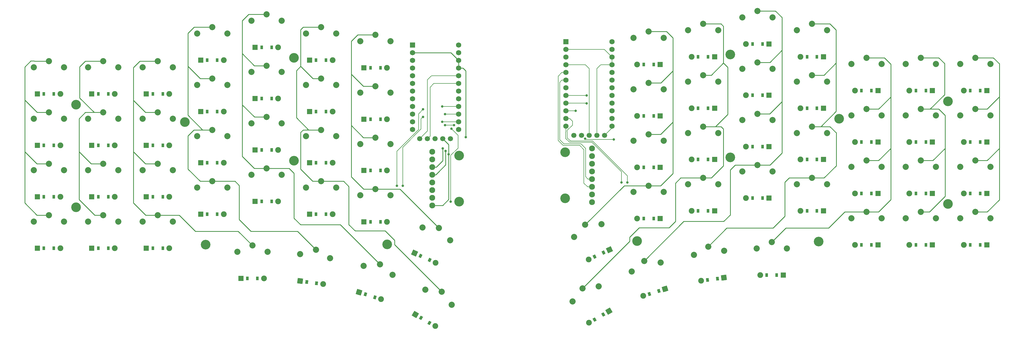
<source format=gbr>
%TF.GenerationSoftware,KiCad,Pcbnew,6.0.9*%
%TF.CreationDate,2022-10-31T19:27:22+01:00*%
%TF.ProjectId,neok(both),6e656f6b-2862-46f7-9468-292e6b696361,v1.0.0*%
%TF.SameCoordinates,Original*%
%TF.FileFunction,Copper,L2,Bot*%
%TF.FilePolarity,Positive*%
%FSLAX46Y46*%
G04 Gerber Fmt 4.6, Leading zero omitted, Abs format (unit mm)*
G04 Created by KiCad (PCBNEW 6.0.9) date 2022-10-31 19:27:22*
%MOMM*%
%LPD*%
G01*
G04 APERTURE LIST*
G04 Aperture macros list*
%AMRotRect*
0 Rectangle, with rotation*
0 The origin of the aperture is its center*
0 $1 length*
0 $2 width*
0 $3 Rotation angle, in degrees counterclockwise*
0 Add horizontal line*
21,1,$1,$2,0,0,$3*%
G04 Aperture macros list end*
%TA.AperFunction,ComponentPad*%
%ADD10C,1.905000*%
%TD*%
%TA.AperFunction,SMDPad,CuDef*%
%ADD11R,0.900000X1.200000*%
%TD*%
%TA.AperFunction,ComponentPad*%
%ADD12R,1.778000X1.778000*%
%TD*%
%TA.AperFunction,ComponentPad*%
%ADD13C,3.200000*%
%TD*%
%TA.AperFunction,ComponentPad*%
%ADD14C,2.032000*%
%TD*%
%TA.AperFunction,SMDPad,CuDef*%
%ADD15RotRect,0.900000X1.200000X342.500000*%
%TD*%
%TA.AperFunction,ComponentPad*%
%ADD16RotRect,1.778000X1.778000X342.500000*%
%TD*%
%TA.AperFunction,ComponentPad*%
%ADD17R,1.752600X1.752600*%
%TD*%
%TA.AperFunction,ComponentPad*%
%ADD18C,1.752600*%
%TD*%
%TA.AperFunction,ComponentPad*%
%ADD19C,1.700000*%
%TD*%
%TA.AperFunction,ComponentPad*%
%ADD20C,1.930400*%
%TD*%
%TA.AperFunction,SMDPad,CuDef*%
%ADD21RotRect,0.900000X1.200000X352.500000*%
%TD*%
%TA.AperFunction,ComponentPad*%
%ADD22RotRect,1.778000X1.778000X352.500000*%
%TD*%
%TA.AperFunction,SMDPad,CuDef*%
%ADD23RotRect,0.900000X1.200000X335.000000*%
%TD*%
%TA.AperFunction,ComponentPad*%
%ADD24RotRect,1.778000X1.778000X335.000000*%
%TD*%
%TA.AperFunction,SMDPad,CuDef*%
%ADD25RotRect,0.900000X1.200000X330.000000*%
%TD*%
%TA.AperFunction,ComponentPad*%
%ADD26RotRect,1.778000X1.778000X330.000000*%
%TD*%
%TA.AperFunction,SMDPad,CuDef*%
%ADD27RotRect,0.900000X1.200000X205.000000*%
%TD*%
%TA.AperFunction,ComponentPad*%
%ADD28RotRect,1.778000X1.778000X205.000000*%
%TD*%
%TA.AperFunction,SMDPad,CuDef*%
%ADD29RotRect,0.900000X1.200000X197.500000*%
%TD*%
%TA.AperFunction,ComponentPad*%
%ADD30RotRect,1.778000X1.778000X197.500000*%
%TD*%
%TA.AperFunction,SMDPad,CuDef*%
%ADD31RotRect,0.900000X1.200000X210.000000*%
%TD*%
%TA.AperFunction,ComponentPad*%
%ADD32RotRect,1.778000X1.778000X210.000000*%
%TD*%
%TA.AperFunction,SMDPad,CuDef*%
%ADD33RotRect,0.900000X1.200000X187.500000*%
%TD*%
%TA.AperFunction,ComponentPad*%
%ADD34RotRect,1.778000X1.778000X187.500000*%
%TD*%
%TA.AperFunction,ViaPad*%
%ADD35C,0.800000*%
%TD*%
%TA.AperFunction,Conductor*%
%ADD36C,0.200000*%
%TD*%
%TA.AperFunction,Conductor*%
%ADD37C,0.250000*%
%TD*%
G04 APERTURE END LIST*
D10*
%TO.P,D17,1*%
%TO.N,N/C*%
X130060004Y-148800004D03*
D11*
X124600004Y-148800004D03*
D12*
%TO.P,D17,2*%
X122440004Y-148800004D03*
D11*
X127900004Y-148800004D03*
%TD*%
%TO.P,D3,1*%
%TO.N,N/C*%
X52599993Y-130270002D03*
D10*
X58059993Y-130270002D03*
D11*
%TO.P,D3,2*%
X55899993Y-130270002D03*
D12*
X50439993Y-130270002D03*
%TD*%
D13*
%TO.P,,*%
%TO.N,*%
X99252017Y-122553558D03*
%TD*%
D14*
%TO.P,S17,1*%
%TO.N,N/C*%
X131249995Y-140000005D03*
X121249995Y-140000005D03*
%TO.P,S17,2*%
X126249995Y-137900005D03*
X126249995Y-137900005D03*
%TD*%
D10*
%TO.P,D20,1*%
%TO.N,N/C*%
X130059997Y-97800000D03*
D11*
X124599997Y-97800000D03*
%TO.P,D20,2*%
X127899997Y-97800000D03*
D12*
X122439997Y-97800000D03*
%TD*%
D10*
%TO.P,D31,1*%
%TO.N,N/C*%
X164081811Y-181164157D03*
D15*
X158874516Y-179522303D03*
D16*
%TO.P,D31,2*%
X156814487Y-178872779D03*
D15*
X162021782Y-180514633D03*
%TD*%
D13*
%TO.P,,*%
%TO.N,*%
X63251752Y-116770005D03*
%TD*%
D11*
%TO.P,D29,1*%
%TO.N,N/C*%
X119920002Y-174300000D03*
D10*
X125380002Y-174300000D03*
D11*
%TO.P,D29,2*%
X123220002Y-174300000D03*
D12*
X117760002Y-174300000D03*
%TD*%
D14*
%TO.P,S10,1*%
%TO.N,N/C*%
X95249996Y-138470007D03*
X85249996Y-138470007D03*
%TO.P,S10,2*%
X90249996Y-136370007D03*
X90249996Y-136370007D03*
%TD*%
%TO.P,S22,1*%
%TO.N,N/C*%
X149250001Y-127250005D03*
X139250001Y-127250005D03*
%TO.P,S22,2*%
X144250001Y-125150005D03*
X144250001Y-125150005D03*
%TD*%
D10*
%TO.P,D26,1*%
%TO.N,N/C*%
X166060003Y-138599996D03*
D11*
X160600003Y-138599996D03*
%TO.P,D26,2*%
X163900003Y-138599996D03*
D12*
X158440003Y-138599996D03*
%TD*%
D14*
%TO.P,S19,1*%
%TO.N,N/C*%
X131249996Y-105999999D03*
X121249996Y-105999999D03*
%TO.P,S19,2*%
X126249996Y-103899999D03*
X126249996Y-103899999D03*
%TD*%
D13*
%TO.P,,*%
%TO.N,*%
X63251754Y-150770000D03*
%TD*%
D14*
%TO.P,S9,1*%
%TO.N,N/C*%
X85250001Y-155470004D03*
X95250001Y-155470004D03*
%TO.P,S9,2*%
X90250001Y-153370004D03*
X90250001Y-153370004D03*
%TD*%
%TO.P,S27,1*%
%TO.N,N/C*%
X157249998Y-112799996D03*
X167249998Y-112799996D03*
%TO.P,S27,2*%
X162249998Y-110699996D03*
X162249998Y-110699996D03*
%TD*%
D10*
%TO.P,D4,1*%
%TO.N,N/C*%
X58060001Y-113270001D03*
D11*
X52600001Y-113270001D03*
D12*
%TO.P,D4,2*%
X50440001Y-113270001D03*
D11*
X55900001Y-113270001D03*
%TD*%
D14*
%TO.P,S1,1*%
%TO.N,N/C*%
X59249999Y-155469994D03*
X49249999Y-155469994D03*
%TO.P,S1,2*%
X54249999Y-153369994D03*
X54249999Y-153369994D03*
%TD*%
D11*
%TO.P,D12,1*%
%TO.N,N/C*%
X88600009Y-113270007D03*
D10*
X94060009Y-113270007D03*
D11*
%TO.P,D12,2*%
X91900009Y-113270007D03*
D12*
X86440009Y-113270007D03*
%TD*%
D14*
%TO.P,S2,1*%
%TO.N,N/C*%
X59250003Y-138469992D03*
X49250003Y-138469992D03*
%TO.P,S2,2*%
X54250003Y-136369992D03*
X54250003Y-136369992D03*
%TD*%
D11*
%TO.P,D5,1*%
%TO.N,N/C*%
X70600008Y-164270003D03*
D10*
X76060008Y-164270003D03*
D11*
%TO.P,D5,2*%
X73900008Y-164270003D03*
D12*
X68440008Y-164270003D03*
%TD*%
D10*
%TO.P,D7,1*%
%TO.N,N/C*%
X76060000Y-130270007D03*
D11*
X70600000Y-130270007D03*
D12*
%TO.P,D7,2*%
X68440000Y-130270007D03*
D11*
X73900000Y-130270007D03*
%TD*%
D10*
%TO.P,D13,1*%
%TO.N,N/C*%
X112060009Y-153049999D03*
D11*
X106600009Y-153049999D03*
D12*
%TO.P,D13,2*%
X104440009Y-153049999D03*
D11*
X109900009Y-153049999D03*
%TD*%
D17*
%TO.P,MCU1,1*%
%TO.N,N/C*%
X174449998Y-97100006D03*
D18*
%TO.P,MCU1,2*%
X174449998Y-99640006D03*
%TO.P,MCU1,3*%
X174449998Y-102180006D03*
%TO.P,MCU1,4*%
X174449998Y-104720006D03*
%TO.P,MCU1,5*%
X174449998Y-107260006D03*
%TO.P,MCU1,6*%
X174449998Y-109800006D03*
%TO.P,MCU1,7*%
X174449998Y-112340006D03*
%TO.P,MCU1,8*%
X174449998Y-114880006D03*
%TO.P,MCU1,9*%
X174449998Y-117420006D03*
%TO.P,MCU1,10*%
X174449998Y-119960006D03*
%TO.P,MCU1,11*%
X174449998Y-122500006D03*
%TO.P,MCU1,12*%
X174449998Y-125040006D03*
%TO.P,MCU1,13*%
X189689998Y-97100006D03*
%TO.P,MCU1,14*%
X189689998Y-99640006D03*
%TO.P,MCU1,15*%
X189689998Y-102180006D03*
%TO.P,MCU1,16*%
X189689998Y-104720006D03*
%TO.P,MCU1,17*%
X189689998Y-107260006D03*
%TO.P,MCU1,18*%
X189689998Y-109800006D03*
%TO.P,MCU1,19*%
X189689998Y-112340006D03*
%TO.P,MCU1,20*%
X189689998Y-114880006D03*
%TO.P,MCU1,21*%
X189689998Y-117420006D03*
%TO.P,MCU1,22*%
X189689998Y-119960006D03*
%TO.P,MCU1,23*%
X189689998Y-122500006D03*
%TO.P,MCU1,24*%
X189689998Y-125040006D03*
%TD*%
D14*
%TO.P,S5,1*%
%TO.N,N/C*%
X77250010Y-155469998D03*
X67250010Y-155469998D03*
%TO.P,S5,2*%
X72250010Y-153369998D03*
X72250010Y-153369998D03*
%TD*%
D11*
%TO.P,D23,1*%
%TO.N,N/C*%
X142600002Y-119050000D03*
D10*
X148060002Y-119050000D03*
D11*
%TO.P,D23,2*%
X145900002Y-119050000D03*
D12*
X140440002Y-119050000D03*
%TD*%
D11*
%TO.P,D1,1*%
%TO.N,N/C*%
X52600007Y-164270002D03*
D10*
X58060007Y-164270002D03*
D11*
%TO.P,D1,2*%
X55900007Y-164270002D03*
D12*
X50440007Y-164270002D03*
%TD*%
D11*
%TO.P,D24,1*%
%TO.N,N/C*%
X142600006Y-102049995D03*
D10*
X148060006Y-102049995D03*
D11*
%TO.P,D24,2*%
X145900006Y-102049995D03*
D12*
X140440006Y-102049995D03*
%TD*%
D14*
%TO.P,S33,1*%
%TO.N,N/C*%
X186897745Y-161643723D03*
X177834667Y-157417540D03*
%TO.P,S33,2*%
X183253705Y-157627385D03*
X183253705Y-157627385D03*
%TD*%
D10*
%TO.P,D16,1*%
%TO.N,N/C*%
X112059996Y-102049998D03*
D11*
X106599996Y-102049998D03*
D12*
%TO.P,D16,2*%
X104439996Y-102049998D03*
D11*
X109899996Y-102049998D03*
%TD*%
D10*
%TO.P,D28,1*%
%TO.N,N/C*%
X166060009Y-104600009D03*
D11*
X160600009Y-104600009D03*
D12*
%TO.P,D28,2*%
X158440009Y-104600009D03*
D11*
X163900009Y-104600009D03*
%TD*%
D19*
%TO.P,REF\u002A\u002A,1*%
%TO.N,N/C*%
X187021751Y-128079994D03*
%TO.P,REF\u002A\u002A,2*%
X184481751Y-128079994D03*
%TO.P,REF\u002A\u002A,3*%
X181941751Y-128079994D03*
%TO.P,REF\u002A\u002A,4*%
X179401751Y-128079994D03*
%TO.P,REF\u002A\u002A,5*%
X176861751Y-128079994D03*
%TD*%
D14*
%TO.P,S31,1*%
%TO.N,N/C*%
X158325773Y-170122235D03*
X167862943Y-173129293D03*
%TO.P,S31,2*%
X163725840Y-169622958D03*
X163725840Y-169622958D03*
%TD*%
%TO.P,S13,1*%
%TO.N,N/C*%
X103249997Y-144250002D03*
X113249997Y-144250002D03*
%TO.P,S13,2*%
X108249997Y-142150002D03*
X108249997Y-142150002D03*
%TD*%
D13*
%TO.P,REF\u002A\u002A,*%
%TO.N,*%
X189886757Y-133639998D03*
X189886757Y-148879998D03*
D20*
%TO.P,REF\u002A\u002A,1*%
%TO.N,N/C*%
X180996757Y-150149998D03*
%TO.P,REF\u002A\u002A,2*%
X180996757Y-147609998D03*
%TO.P,REF\u002A\u002A,3*%
X180996757Y-145069998D03*
%TO.P,REF\u002A\u002A,4*%
X180996757Y-142529998D03*
%TO.P,REF\u002A\u002A,5*%
X180996757Y-139989998D03*
%TO.P,REF\u002A\u002A,6*%
X180996757Y-137449998D03*
%TO.P,REF\u002A\u002A,7*%
X180996757Y-134909998D03*
%TO.P,REF\u002A\u002A,8*%
X180996757Y-132369998D03*
%TD*%
D10*
%TO.P,D22,1*%
%TO.N,N/C*%
X148059996Y-136050003D03*
D11*
X142599996Y-136050003D03*
%TO.P,D22,2*%
X145899996Y-136050003D03*
D12*
X140439996Y-136050003D03*
%TD*%
D21*
%TO.P,D30,1*%
%TO.N,N/C*%
X139501193Y-175432676D03*
D10*
X144914482Y-176145349D03*
D21*
%TO.P,D30,2*%
X142772961Y-175863412D03*
D22*
X137359672Y-175150739D03*
%TD*%
D13*
%TO.P,,*%
%TO.N,*%
X135251748Y-135299998D03*
%TD*%
D10*
%TO.P,D2,1*%
%TO.N,N/C*%
X58060004Y-147269998D03*
D11*
X52600004Y-147269998D03*
%TO.P,D2,2*%
X55900004Y-147269998D03*
D12*
X50440004Y-147269998D03*
%TD*%
D10*
%TO.P,D33,1*%
%TO.N,N/C*%
X182100193Y-169116315D03*
D23*
X177151752Y-166808819D03*
D24*
%TO.P,D33,2*%
X175194127Y-165895963D03*
D23*
X180142568Y-168203459D03*
%TD*%
D14*
%TO.P,S26,1*%
%TO.N,N/C*%
X167249995Y-129800000D03*
X157249995Y-129800000D03*
%TO.P,S26,2*%
X162249995Y-127700000D03*
X162249995Y-127700000D03*
%TD*%
D10*
%TO.P,D27,1*%
%TO.N,N/C*%
X166060004Y-121600005D03*
D11*
X160600004Y-121600005D03*
D12*
%TO.P,D27,2*%
X158440004Y-121600005D03*
D11*
X163900004Y-121600005D03*
%TD*%
D10*
%TO.P,D21,1*%
%TO.N,N/C*%
X148059995Y-153050003D03*
D11*
X142599995Y-153050003D03*
%TO.P,D21,2*%
X145899995Y-153050003D03*
D12*
X140439995Y-153050003D03*
%TD*%
D14*
%TO.P,S3,1*%
%TO.N,N/C*%
X59250002Y-121469998D03*
X49250002Y-121469998D03*
%TO.P,S3,2*%
X54250002Y-119369998D03*
X54250002Y-119369998D03*
%TD*%
%TO.P,S6,1*%
%TO.N,N/C*%
X77249996Y-138469999D03*
X67249996Y-138469999D03*
%TO.P,S6,2*%
X72249996Y-136369999D03*
X72249996Y-136369999D03*
%TD*%
%TO.P,S28,1*%
%TO.N,N/C*%
X167250009Y-95799999D03*
X157250009Y-95799999D03*
%TO.P,S28,2*%
X162250009Y-93699999D03*
X162250009Y-93699999D03*
%TD*%
%TO.P,S29,1*%
%TO.N,N/C*%
X116570000Y-165500004D03*
X126570000Y-165500004D03*
%TO.P,S29,2*%
X121570000Y-163400004D03*
X121570000Y-163400004D03*
%TD*%
%TO.P,S20,1*%
%TO.N,N/C*%
X131250006Y-89000005D03*
X121250006Y-89000005D03*
%TO.P,S20,2*%
X126250006Y-86900005D03*
X126250006Y-86900005D03*
%TD*%
D17*
%TO.P,MCU1,1*%
%TO.N,N/C*%
X225172019Y-96006448D03*
D18*
%TO.P,MCU1,2*%
X225172019Y-98546448D03*
%TO.P,MCU1,3*%
X225172019Y-101086448D03*
%TO.P,MCU1,4*%
X225172019Y-103626448D03*
%TO.P,MCU1,5*%
X225172019Y-106166448D03*
%TO.P,MCU1,6*%
X225172019Y-108706448D03*
%TO.P,MCU1,7*%
X225172019Y-111246448D03*
%TO.P,MCU1,8*%
X225172019Y-113786448D03*
%TO.P,MCU1,9*%
X225172019Y-116326448D03*
%TO.P,MCU1,10*%
X225172019Y-118866448D03*
%TO.P,MCU1,11*%
X225172019Y-121406448D03*
%TO.P,MCU1,12*%
X225172019Y-123946448D03*
%TO.P,MCU1,13*%
X240412019Y-96006448D03*
%TO.P,MCU1,14*%
X240412019Y-98546448D03*
%TO.P,MCU1,15*%
X240412019Y-101086448D03*
%TO.P,MCU1,16*%
X240412019Y-103626448D03*
%TO.P,MCU1,17*%
X240412019Y-106166448D03*
%TO.P,MCU1,18*%
X240412019Y-108706448D03*
%TO.P,MCU1,19*%
X240412019Y-111246448D03*
%TO.P,MCU1,20*%
X240412019Y-113786448D03*
%TO.P,MCU1,21*%
X240412019Y-116326448D03*
%TO.P,MCU1,22*%
X240412019Y-118866448D03*
%TO.P,MCU1,23*%
X240412019Y-121406448D03*
%TO.P,MCU1,24*%
X240412019Y-123946448D03*
%TD*%
D13*
%TO.P,,*%
%TO.N,*%
X135251756Y-101290004D03*
%TD*%
D14*
%TO.P,S24,1*%
%TO.N,N/C*%
X139249992Y-93250007D03*
X149249992Y-93250007D03*
%TO.P,S24,2*%
X144249992Y-91150007D03*
X144249992Y-91150007D03*
%TD*%
D13*
%TO.P,REF\u002A\u002A,*%
%TO.N,*%
X224935260Y-147786440D03*
X224935260Y-132546440D03*
D20*
%TO.P,REF\u002A\u002A,1*%
%TO.N,N/C*%
X233825260Y-131276440D03*
%TO.P,REF\u002A\u002A,2*%
X233825260Y-133816440D03*
%TO.P,REF\u002A\u002A,3*%
X233825260Y-136356440D03*
%TO.P,REF\u002A\u002A,4*%
X233825260Y-138896440D03*
%TO.P,REF\u002A\u002A,5*%
X233825260Y-141436440D03*
%TO.P,REF\u002A\u002A,6*%
X233825260Y-143976440D03*
%TO.P,REF\u002A\u002A,7*%
X233825260Y-146516440D03*
%TO.P,REF\u002A\u002A,8*%
X233825260Y-149056440D03*
%TD*%
D14*
%TO.P,S23,1*%
%TO.N,N/C*%
X149250006Y-110250004D03*
X139250006Y-110250004D03*
%TO.P,S23,2*%
X144250006Y-108150004D03*
X144250006Y-108150004D03*
%TD*%
D11*
%TO.P,D19,1*%
%TO.N,N/C*%
X124599998Y-114800004D03*
D10*
X130059998Y-114800004D03*
D11*
%TO.P,D19,2*%
X127899998Y-114800004D03*
D12*
X122439998Y-114800004D03*
%TD*%
D14*
%TO.P,S8,1*%
%TO.N,N/C*%
X77250001Y-104470003D03*
X67250001Y-104470003D03*
%TO.P,S8,2*%
X72250001Y-102370003D03*
X72250001Y-102370003D03*
%TD*%
D10*
%TO.P,D14,1*%
%TO.N,N/C*%
X112060000Y-136050002D03*
D11*
X106600000Y-136050002D03*
D12*
%TO.P,D14,2*%
X104440000Y-136050002D03*
D11*
X109900000Y-136050002D03*
%TD*%
%TO.P,D15,1*%
%TO.N,N/C*%
X106599997Y-119050007D03*
D10*
X112059997Y-119050007D03*
D11*
%TO.P,D15,2*%
X109899997Y-119050007D03*
D12*
X104439997Y-119050007D03*
%TD*%
D19*
%TO.P,REF\u002A\u002A,1*%
%TO.N,N/C*%
X237960266Y-126986436D03*
%TO.P,REF\u002A\u002A,2*%
X235420266Y-126986436D03*
%TO.P,REF\u002A\u002A,3*%
X232880266Y-126986436D03*
%TO.P,REF\u002A\u002A,4*%
X230340266Y-126986436D03*
%TO.P,REF\u002A\u002A,5*%
X227800266Y-126986436D03*
%TD*%
D10*
%TO.P,D32,1*%
%TO.N,N/C*%
X181987888Y-190068274D03*
D25*
X177259389Y-187338274D03*
%TO.P,D32,2*%
X180117273Y-188988274D03*
D26*
X175388774Y-186258274D03*
%TD*%
D14*
%TO.P,S21,1*%
%TO.N,N/C*%
X149250003Y-144249998D03*
X139250003Y-144249998D03*
%TO.P,S21,2*%
X144250003Y-142149998D03*
X144250003Y-142149998D03*
%TD*%
%TO.P,S30,1*%
%TO.N,N/C*%
X137328493Y-166270697D03*
X147242942Y-167575958D03*
%TO.P,S30,2*%
X142559823Y-164841293D03*
X142559823Y-164841293D03*
%TD*%
%TO.P,S16,1*%
%TO.N,N/C*%
X103250007Y-93250000D03*
X113250007Y-93250000D03*
%TO.P,S16,2*%
X108250007Y-91150000D03*
X108250007Y-91150000D03*
%TD*%
D10*
%TO.P,D18,1*%
%TO.N,N/C*%
X130060002Y-131800007D03*
D11*
X124600002Y-131800007D03*
D12*
%TO.P,D18,2*%
X122440002Y-131800007D03*
D11*
X127900002Y-131800007D03*
%TD*%
%TO.P,D6,1*%
%TO.N,N/C*%
X70600002Y-147270008D03*
D10*
X76060002Y-147270008D03*
D11*
%TO.P,D6,2*%
X73900002Y-147270008D03*
D12*
X68440002Y-147270008D03*
%TD*%
D11*
%TO.P,D9,1*%
%TO.N,N/C*%
X88600007Y-164270004D03*
D10*
X94060007Y-164270004D03*
D11*
%TO.P,D9,2*%
X91900007Y-164270004D03*
D12*
X86440007Y-164270004D03*
%TD*%
D14*
%TO.P,S7,1*%
%TO.N,N/C*%
X67250004Y-121469999D03*
X77250004Y-121469999D03*
%TO.P,S7,2*%
X72250004Y-119369999D03*
X72250004Y-119369999D03*
%TD*%
%TO.P,S15,1*%
%TO.N,N/C*%
X103250000Y-110249998D03*
X113250000Y-110249998D03*
%TO.P,S15,2*%
X108250000Y-108149998D03*
X108250000Y-108149998D03*
%TD*%
D11*
%TO.P,D11,1*%
%TO.N,N/C*%
X88599998Y-130270000D03*
D10*
X94059998Y-130270000D03*
D11*
%TO.P,D11,2*%
X91899998Y-130270000D03*
D12*
X86439998Y-130270000D03*
%TD*%
D14*
%TO.P,S4,1*%
%TO.N,N/C*%
X49250004Y-104470000D03*
X59250004Y-104470000D03*
%TO.P,S4,2*%
X54250004Y-102370000D03*
X54250004Y-102370000D03*
%TD*%
D10*
%TO.P,D8,1*%
%TO.N,N/C*%
X76060001Y-113270000D03*
D11*
X70600001Y-113270000D03*
D12*
%TO.P,D8,2*%
X68440001Y-113270000D03*
D11*
X73900001Y-113270000D03*
%TD*%
D14*
%TO.P,S18,1*%
%TO.N,N/C*%
X131249989Y-123000002D03*
X121249989Y-123000002D03*
%TO.P,S18,2*%
X126249989Y-120900002D03*
X126249989Y-120900002D03*
%TD*%
%TO.P,S25,1*%
%TO.N,N/C*%
X167249997Y-146800002D03*
X157249997Y-146800002D03*
%TO.P,S25,2*%
X162249997Y-144700002D03*
X162249997Y-144700002D03*
%TD*%
%TO.P,S12,1*%
%TO.N,N/C*%
X85249999Y-104470003D03*
X95249999Y-104470003D03*
%TO.P,S12,2*%
X90249999Y-102370003D03*
X90249999Y-102370003D03*
%TD*%
D13*
%TO.P,,*%
%TO.N,*%
X166091754Y-163060004D03*
%TD*%
%TO.P,,*%
%TO.N,*%
X106051752Y-163150006D03*
%TD*%
D14*
%TO.P,S11,1*%
%TO.N,N/C*%
X85249998Y-121470004D03*
X95249998Y-121470004D03*
%TO.P,S11,2*%
X90249998Y-119370004D03*
X90249998Y-119370004D03*
%TD*%
%TO.P,S32,1*%
%TO.N,N/C*%
X187418459Y-183042260D03*
X178758205Y-178042260D03*
%TO.P,S32,2*%
X184138332Y-178723607D03*
X184138332Y-178723607D03*
%TD*%
%TO.P,S14,1*%
%TO.N,N/C*%
X113249999Y-127250001D03*
X103249999Y-127250001D03*
%TO.P,S14,2*%
X108249999Y-125150001D03*
X108249999Y-125150001D03*
%TD*%
D10*
%TO.P,D25,1*%
%TO.N,N/C*%
X166059996Y-155600002D03*
D11*
X160599996Y-155600002D03*
D12*
%TO.P,D25,2*%
X158439996Y-155600002D03*
D11*
X163899996Y-155600002D03*
%TD*%
D10*
%TO.P,D10,1*%
%TO.N,N/C*%
X94060006Y-147270001D03*
D11*
X88600006Y-147270001D03*
D12*
%TO.P,D10,2*%
X86440006Y-147270001D03*
D11*
X91900006Y-147270001D03*
%TD*%
D10*
%TO.P,D15,1*%
%TO.N,N/C*%
X302762020Y-117956449D03*
D11*
X308222020Y-117956449D03*
D12*
%TO.P,D15,2*%
X310382020Y-117956449D03*
D11*
X304922020Y-117956449D03*
%TD*%
D14*
%TO.P,S19,1*%
%TO.N,N/C*%
X293572021Y-104906441D03*
X283572021Y-104906441D03*
%TO.P,S19,2*%
X288572021Y-102806441D03*
X288572021Y-102806441D03*
%TD*%
%TO.P,S15,1*%
%TO.N,N/C*%
X311572017Y-109156440D03*
X301572017Y-109156440D03*
%TO.P,S15,2*%
X306572017Y-107056440D03*
X306572017Y-107056440D03*
%TD*%
%TO.P,S26,1*%
%TO.N,N/C*%
X247572022Y-128706442D03*
X257572022Y-128706442D03*
%TO.P,S26,2*%
X252572022Y-126606442D03*
X252572022Y-126606442D03*
%TD*%
D10*
%TO.P,D10,1*%
%TO.N,N/C*%
X320762011Y-146176443D03*
D11*
X326222011Y-146176443D03*
D12*
%TO.P,D10,2*%
X328382011Y-146176443D03*
D11*
X322922011Y-146176443D03*
%TD*%
D14*
%TO.P,S33,1*%
%TO.N,N/C*%
X227924272Y-160550165D03*
X236987350Y-156323982D03*
%TO.P,S33,2*%
X231568312Y-156533827D03*
X231568312Y-156533827D03*
%TD*%
%TO.P,S17,1*%
%TO.N,N/C*%
X293572022Y-138906447D03*
X283572022Y-138906447D03*
%TO.P,S17,2*%
X288572022Y-136806447D03*
X288572022Y-136806447D03*
%TD*%
D11*
%TO.P,D13,1*%
%TO.N,N/C*%
X308222008Y-151956441D03*
D10*
X302762008Y-151956441D03*
D11*
%TO.P,D13,2*%
X304922008Y-151956441D03*
D12*
X310382008Y-151956441D03*
%TD*%
D13*
%TO.P,,*%
%TO.N,*%
X308770265Y-162056448D03*
%TD*%
D10*
%TO.P,D9,1*%
%TO.N,N/C*%
X320762010Y-163176446D03*
D11*
X326222010Y-163176446D03*
D12*
%TO.P,D9,2*%
X328382010Y-163176446D03*
D11*
X322922010Y-163176446D03*
%TD*%
D14*
%TO.P,S1,1*%
%TO.N,N/C*%
X355572018Y-154376436D03*
X365572018Y-154376436D03*
%TO.P,S1,2*%
X360572018Y-152276436D03*
X360572018Y-152276436D03*
%TD*%
D10*
%TO.P,D28,1*%
%TO.N,N/C*%
X248762008Y-103506451D03*
D11*
X254222008Y-103506451D03*
D12*
%TO.P,D28,2*%
X256382008Y-103506451D03*
D11*
X250922008Y-103506451D03*
%TD*%
%TO.P,D12,1*%
%TO.N,N/C*%
X326222008Y-112176449D03*
D10*
X320762008Y-112176449D03*
D12*
%TO.P,D12,2*%
X328382008Y-112176449D03*
D11*
X322922008Y-112176449D03*
%TD*%
D14*
%TO.P,S12,1*%
%TO.N,N/C*%
X319572018Y-103376445D03*
X329572018Y-103376445D03*
%TO.P,S12,2*%
X324572018Y-101276445D03*
X324572018Y-101276445D03*
%TD*%
D11*
%TO.P,D3,1*%
%TO.N,N/C*%
X362222024Y-129176444D03*
D10*
X356762024Y-129176444D03*
D12*
%TO.P,D3,2*%
X364382024Y-129176444D03*
D11*
X358922024Y-129176444D03*
%TD*%
D10*
%TO.P,D25,1*%
%TO.N,N/C*%
X248762021Y-154506444D03*
D11*
X254222021Y-154506444D03*
D12*
%TO.P,D25,2*%
X256382021Y-154506444D03*
D11*
X250922021Y-154506444D03*
%TD*%
D14*
%TO.P,S11,1*%
%TO.N,N/C*%
X319572019Y-120376446D03*
X329572019Y-120376446D03*
%TO.P,S11,2*%
X324572019Y-118276446D03*
X324572019Y-118276446D03*
%TD*%
%TO.P,S21,1*%
%TO.N,N/C*%
X275572014Y-143156440D03*
X265572014Y-143156440D03*
%TO.P,S21,2*%
X270572014Y-141056440D03*
X270572014Y-141056440D03*
%TD*%
D10*
%TO.P,D5,1*%
%TO.N,N/C*%
X338762009Y-163176445D03*
D11*
X344222009Y-163176445D03*
D12*
%TO.P,D5,2*%
X346382009Y-163176445D03*
D11*
X340922009Y-163176445D03*
%TD*%
%TO.P,D23,1*%
%TO.N,N/C*%
X272222015Y-117956442D03*
D10*
X266762015Y-117956442D03*
D11*
%TO.P,D23,2*%
X268922015Y-117956442D03*
D12*
X274382015Y-117956442D03*
%TD*%
D10*
%TO.P,D19,1*%
%TO.N,N/C*%
X284762019Y-113706446D03*
D11*
X290222019Y-113706446D03*
D12*
%TO.P,D19,2*%
X292382019Y-113706446D03*
D11*
X286922019Y-113706446D03*
%TD*%
%TO.P,D22,1*%
%TO.N,N/C*%
X272222021Y-134956445D03*
D10*
X266762021Y-134956445D03*
D11*
%TO.P,D22,2*%
X268922021Y-134956445D03*
D12*
X274382021Y-134956445D03*
%TD*%
D14*
%TO.P,S25,1*%
%TO.N,N/C*%
X247572020Y-145706444D03*
X257572020Y-145706444D03*
%TO.P,S25,2*%
X252572020Y-143606444D03*
X252572020Y-143606444D03*
%TD*%
D10*
%TO.P,D1,1*%
%TO.N,N/C*%
X356762010Y-163176444D03*
D11*
X362222010Y-163176444D03*
%TO.P,D1,2*%
X358922010Y-163176444D03*
D12*
X364382010Y-163176444D03*
%TD*%
D10*
%TO.P,D29,1*%
%TO.N,N/C*%
X289442015Y-173206442D03*
D11*
X294902015Y-173206442D03*
D12*
%TO.P,D29,2*%
X297062015Y-173206442D03*
D11*
X291602015Y-173206442D03*
%TD*%
D14*
%TO.P,S3,1*%
%TO.N,N/C*%
X365572015Y-120376440D03*
X355572015Y-120376440D03*
%TO.P,S3,2*%
X360572015Y-118276440D03*
X360572015Y-118276440D03*
%TD*%
D27*
%TO.P,D33,1*%
%TO.N,N/C*%
X237670265Y-165715261D03*
D10*
X232721824Y-168022757D03*
D28*
%TO.P,D33,2*%
X239627890Y-164802405D03*
D27*
X234679449Y-167109901D03*
%TD*%
D14*
%TO.P,S30,1*%
%TO.N,N/C*%
X277493524Y-165177139D03*
X267579075Y-166482400D03*
%TO.P,S30,2*%
X272262194Y-163747735D03*
X272262194Y-163747735D03*
%TD*%
%TO.P,S20,1*%
%TO.N,N/C*%
X283572011Y-87906447D03*
X293572011Y-87906447D03*
%TO.P,S20,2*%
X288572011Y-85806447D03*
X288572011Y-85806447D03*
%TD*%
%TO.P,S10,1*%
%TO.N,N/C*%
X319572021Y-137376449D03*
X329572021Y-137376449D03*
%TO.P,S10,2*%
X324572021Y-135276449D03*
X324572021Y-135276449D03*
%TD*%
%TO.P,S18,1*%
%TO.N,N/C*%
X283572028Y-121906444D03*
X293572028Y-121906444D03*
%TO.P,S18,2*%
X288572028Y-119806444D03*
X288572028Y-119806444D03*
%TD*%
%TO.P,S13,1*%
%TO.N,N/C*%
X301572020Y-143156444D03*
X311572020Y-143156444D03*
%TO.P,S13,2*%
X306572020Y-141056444D03*
X306572020Y-141056444D03*
%TD*%
D10*
%TO.P,D27,1*%
%TO.N,N/C*%
X248762013Y-120506447D03*
D11*
X254222013Y-120506447D03*
D12*
%TO.P,D27,2*%
X256382013Y-120506447D03*
D11*
X250922013Y-120506447D03*
%TD*%
D10*
%TO.P,D31,1*%
%TO.N,N/C*%
X250740206Y-180070599D03*
D29*
X255947501Y-178428745D03*
D30*
%TO.P,D31,2*%
X258007530Y-177779221D03*
D29*
X252800235Y-179421075D03*
%TD*%
D11*
%TO.P,D4,1*%
%TO.N,N/C*%
X362222016Y-112176443D03*
D10*
X356762016Y-112176443D03*
D11*
%TO.P,D4,2*%
X358922016Y-112176443D03*
D12*
X364382016Y-112176443D03*
%TD*%
D14*
%TO.P,S22,1*%
%TO.N,N/C*%
X275572016Y-126156447D03*
X265572016Y-126156447D03*
%TO.P,S22,2*%
X270572016Y-124056447D03*
X270572016Y-124056447D03*
%TD*%
D11*
%TO.P,D18,1*%
%TO.N,N/C*%
X290222015Y-130706449D03*
D10*
X284762015Y-130706449D03*
D12*
%TO.P,D18,2*%
X292382015Y-130706449D03*
D11*
X286922015Y-130706449D03*
%TD*%
%TO.P,D14,1*%
%TO.N,N/C*%
X308222017Y-134956444D03*
D10*
X302762017Y-134956444D03*
D11*
%TO.P,D14,2*%
X304922017Y-134956444D03*
D12*
X310382017Y-134956444D03*
%TD*%
D31*
%TO.P,D32,1*%
%TO.N,N/C*%
X237562628Y-186244716D03*
D10*
X232834129Y-188974716D03*
D31*
%TO.P,D32,2*%
X234704744Y-187894716D03*
D32*
X239433243Y-185164716D03*
%TD*%
D14*
%TO.P,S24,1*%
%TO.N,N/C*%
X275572025Y-92156449D03*
X265572025Y-92156449D03*
%TO.P,S24,2*%
X270572025Y-90056449D03*
X270572025Y-90056449D03*
%TD*%
%TO.P,S23,1*%
%TO.N,N/C*%
X275572011Y-109156446D03*
X265572011Y-109156446D03*
%TO.P,S23,2*%
X270572011Y-107056446D03*
X270572011Y-107056446D03*
%TD*%
D10*
%TO.P,D6,1*%
%TO.N,N/C*%
X338762015Y-146176450D03*
D11*
X344222015Y-146176450D03*
D12*
%TO.P,D6,2*%
X346382015Y-146176450D03*
D11*
X340922015Y-146176450D03*
%TD*%
D33*
%TO.P,D30,1*%
%TO.N,N/C*%
X275320824Y-174339118D03*
D10*
X269907535Y-175051791D03*
D33*
%TO.P,D30,2*%
X272049056Y-174769854D03*
D34*
X277462345Y-174057181D03*
%TD*%
D14*
%TO.P,S32,1*%
%TO.N,N/C*%
X227403558Y-181948702D03*
X236063812Y-176948702D03*
%TO.P,S32,2*%
X230683685Y-177630049D03*
X230683685Y-177630049D03*
%TD*%
%TO.P,S6,1*%
%TO.N,N/C*%
X347572021Y-137376441D03*
X337572021Y-137376441D03*
%TO.P,S6,2*%
X342572021Y-135276441D03*
X342572021Y-135276441D03*
%TD*%
D11*
%TO.P,D21,1*%
%TO.N,N/C*%
X272222022Y-151956445D03*
D10*
X266762022Y-151956445D03*
D11*
%TO.P,D21,2*%
X268922022Y-151956445D03*
D12*
X274382022Y-151956445D03*
%TD*%
D14*
%TO.P,S29,1*%
%TO.N,N/C*%
X298252017Y-164406446D03*
X288252017Y-164406446D03*
%TO.P,S29,2*%
X293252017Y-162306446D03*
X293252017Y-162306446D03*
%TD*%
%TO.P,S28,1*%
%TO.N,N/C*%
X247572008Y-94706441D03*
X257572008Y-94706441D03*
%TO.P,S28,2*%
X252572008Y-92606441D03*
X252572008Y-92606441D03*
%TD*%
D13*
%TO.P,,*%
%TO.N,*%
X351570265Y-115676447D03*
%TD*%
D14*
%TO.P,S16,1*%
%TO.N,N/C*%
X311572010Y-92156442D03*
X301572010Y-92156442D03*
%TO.P,S16,2*%
X306572010Y-90056442D03*
X306572010Y-90056442D03*
%TD*%
D13*
%TO.P,,*%
%TO.N,*%
X279570261Y-100196446D03*
%TD*%
D14*
%TO.P,S14,1*%
%TO.N,N/C*%
X301572018Y-126156443D03*
X311572018Y-126156443D03*
%TO.P,S14,2*%
X306572018Y-124056443D03*
X306572018Y-124056443D03*
%TD*%
%TO.P,S7,1*%
%TO.N,N/C*%
X337572013Y-120376441D03*
X347572013Y-120376441D03*
%TO.P,S7,2*%
X342572013Y-118276441D03*
X342572013Y-118276441D03*
%TD*%
D11*
%TO.P,D20,1*%
%TO.N,N/C*%
X290222020Y-96706442D03*
D10*
X284762020Y-96706442D03*
D12*
%TO.P,D20,2*%
X292382020Y-96706442D03*
D11*
X286922020Y-96706442D03*
%TD*%
D14*
%TO.P,S31,1*%
%TO.N,N/C*%
X256496244Y-169028677D03*
X246959074Y-172035735D03*
%TO.P,S31,2*%
X251096177Y-168529400D03*
X251096177Y-168529400D03*
%TD*%
D11*
%TO.P,D24,1*%
%TO.N,N/C*%
X272222011Y-100956437D03*
D10*
X266762011Y-100956437D03*
D12*
%TO.P,D24,2*%
X274382011Y-100956437D03*
D11*
X268922011Y-100956437D03*
%TD*%
D14*
%TO.P,S9,1*%
%TO.N,N/C*%
X329572016Y-154376446D03*
X319572016Y-154376446D03*
%TO.P,S9,2*%
X324572016Y-152276446D03*
X324572016Y-152276446D03*
%TD*%
D11*
%TO.P,D16,1*%
%TO.N,N/C*%
X308222021Y-100956440D03*
D10*
X302762021Y-100956440D03*
D12*
%TO.P,D16,2*%
X310382021Y-100956440D03*
D11*
X304922021Y-100956440D03*
%TD*%
D14*
%TO.P,S4,1*%
%TO.N,N/C*%
X355572013Y-103376442D03*
X365572013Y-103376442D03*
%TO.P,S4,2*%
X360572013Y-101276442D03*
X360572013Y-101276442D03*
%TD*%
%TO.P,S27,1*%
%TO.N,N/C*%
X247572019Y-111706438D03*
X257572019Y-111706438D03*
%TO.P,S27,2*%
X252572019Y-109606438D03*
X252572019Y-109606438D03*
%TD*%
D10*
%TO.P,D2,1*%
%TO.N,N/C*%
X356762013Y-146176440D03*
D11*
X362222013Y-146176440D03*
D12*
%TO.P,D2,2*%
X364382013Y-146176440D03*
D11*
X358922013Y-146176440D03*
%TD*%
D14*
%TO.P,S8,1*%
%TO.N,N/C*%
X347572016Y-103376445D03*
X337572016Y-103376445D03*
%TO.P,S8,2*%
X342572016Y-101276445D03*
X342572016Y-101276445D03*
%TD*%
D13*
%TO.P,,*%
%TO.N,*%
X315570000Y-121460000D03*
%TD*%
%TO.P,,*%
%TO.N,*%
X279570269Y-134206440D03*
%TD*%
%TO.P,,*%
%TO.N,*%
X248730263Y-161966446D03*
%TD*%
D14*
%TO.P,S2,1*%
%TO.N,N/C*%
X365572014Y-137376434D03*
X355572014Y-137376434D03*
%TO.P,S2,2*%
X360572014Y-135276434D03*
X360572014Y-135276434D03*
%TD*%
D10*
%TO.P,D26,1*%
%TO.N,N/C*%
X248762014Y-137506438D03*
D11*
X254222014Y-137506438D03*
%TO.P,D26,2*%
X250922014Y-137506438D03*
D12*
X256382014Y-137506438D03*
%TD*%
D10*
%TO.P,D17,1*%
%TO.N,N/C*%
X284762013Y-147706446D03*
D11*
X290222013Y-147706446D03*
%TO.P,D17,2*%
X286922013Y-147706446D03*
D12*
X292382013Y-147706446D03*
%TD*%
D10*
%TO.P,D7,1*%
%TO.N,N/C*%
X338762017Y-129176449D03*
D11*
X344222017Y-129176449D03*
%TO.P,D7,2*%
X340922017Y-129176449D03*
D12*
X346382017Y-129176449D03*
%TD*%
D10*
%TO.P,D11,1*%
%TO.N,N/C*%
X320762019Y-129176442D03*
D11*
X326222019Y-129176442D03*
D12*
%TO.P,D11,2*%
X328382019Y-129176442D03*
D11*
X322922019Y-129176442D03*
%TD*%
D10*
%TO.P,D8,1*%
%TO.N,N/C*%
X338762016Y-112176442D03*
D11*
X344222016Y-112176442D03*
%TO.P,D8,2*%
X340922016Y-112176442D03*
D12*
X346382016Y-112176442D03*
%TD*%
D14*
%TO.P,S5,1*%
%TO.N,N/C*%
X347572007Y-154376440D03*
X337572007Y-154376440D03*
%TO.P,S5,2*%
X342572007Y-152276440D03*
X342572007Y-152276440D03*
%TD*%
D13*
%TO.P,,*%
%TO.N,*%
X351570263Y-149676442D03*
%TD*%
D35*
%TO.N,*%
X187342017Y-124773558D03*
X177962017Y-118343558D03*
X188172017Y-123593558D03*
X184502017Y-131283558D03*
X184342017Y-122493558D03*
X241001478Y-128280000D03*
X185442017Y-132103558D03*
X177962017Y-120843558D03*
X245530000Y-142540000D03*
X232061478Y-116360000D03*
X187112017Y-148883558D03*
X228391478Y-118850000D03*
X192112017Y-127553558D03*
X231591478Y-128050000D03*
X185272017Y-119963558D03*
X185272017Y-123593558D03*
X232061478Y-113770000D03*
X184338465Y-117420006D03*
X243570000Y-142560000D03*
X186442017Y-133223558D03*
X169292017Y-143633558D03*
X171252017Y-143653558D03*
%TD*%
D36*
%TO.N,*%
X185272017Y-119963558D02*
X185275569Y-119960006D01*
D37*
X90249998Y-153370005D02*
X97401751Y-153370006D01*
X126250005Y-86900005D02*
X120321744Y-86899997D01*
D36*
X232061478Y-113770000D02*
X232045030Y-113786448D01*
D37*
X345600266Y-118276444D02*
X348520266Y-118276443D01*
D36*
X189522017Y-131163558D02*
X187112017Y-133573558D01*
X232027926Y-116326448D02*
X225172019Y-116326448D01*
D37*
X102721759Y-158690001D02*
X116860000Y-158690000D01*
D36*
X226481478Y-129270000D02*
X233871478Y-129270000D01*
X181555569Y-109800006D02*
X189689998Y-109800006D01*
D37*
X104281744Y-142149998D02*
X115791752Y-142150000D01*
X274690261Y-124056437D02*
X276520267Y-124056446D01*
X69411750Y-153370007D02*
X72250001Y-153370004D01*
X82191756Y-132349994D02*
X82191754Y-149330001D01*
X118161745Y-99900000D02*
X118161750Y-116850004D01*
X309516442Y-124056442D02*
X312526443Y-124056443D01*
X137524102Y-104127650D02*
X137521752Y-104130003D01*
X350580274Y-131246445D02*
X346550264Y-135276450D01*
X345410267Y-152276449D02*
X342572016Y-152276446D01*
X292660272Y-136806445D02*
X288572020Y-136806444D01*
X64421751Y-104270006D02*
X64421747Y-114570001D01*
D36*
X232891478Y-104880000D02*
X231637926Y-103626448D01*
X234011478Y-128840000D02*
X245530000Y-140358522D01*
D37*
X251096174Y-168529402D02*
X264179131Y-155446441D01*
X137511759Y-138170004D02*
X141491751Y-142150002D01*
X312526443Y-124056443D02*
X314590000Y-126120000D01*
D36*
X189522017Y-126953558D02*
X189522017Y-131163558D01*
D37*
X310540260Y-107056453D02*
X306572018Y-107056446D01*
X249420265Y-157486441D02*
X259310263Y-157486447D01*
D36*
X177962017Y-120843558D02*
X177312017Y-121493558D01*
D37*
X46281753Y-115279998D02*
X46281746Y-132350000D01*
D36*
X225651478Y-127790000D02*
X226701478Y-128840000D01*
D37*
X364450274Y-118276440D02*
X360572016Y-118276441D01*
X66301751Y-119370001D02*
X64241753Y-121430000D01*
D36*
X179402017Y-108573558D02*
X180715569Y-107260006D01*
D37*
X189689998Y-102180006D02*
X189689998Y-104720006D01*
X346550264Y-135276450D02*
X342572021Y-135276442D01*
X105100001Y-125150001D02*
X102219999Y-125150001D01*
X97401751Y-153370006D02*
X102721759Y-158690001D01*
X144249999Y-91150000D02*
X138341761Y-91150006D01*
X117191745Y-143550002D02*
X117191739Y-154810003D01*
X72250001Y-102370004D02*
X66321749Y-102370008D01*
X46281746Y-132350000D02*
X46281747Y-149349996D01*
X360572010Y-101276441D02*
X365368478Y-101276444D01*
X350580264Y-147106443D02*
X345410267Y-152276449D01*
X64241753Y-121430000D02*
X64241743Y-132340003D01*
D36*
X223151478Y-109440000D02*
X223885030Y-108706448D01*
D37*
X180996757Y-137449998D02*
X182365577Y-137449998D01*
X345600266Y-118276444D02*
X342572020Y-118276438D01*
X328590270Y-152276442D02*
X324572019Y-152276447D01*
D36*
X245530000Y-140358522D02*
X245530000Y-142540000D01*
D37*
X69221751Y-119370002D02*
X66301751Y-119370001D01*
X100251750Y-93200007D02*
X100251750Y-104119990D01*
X368540270Y-148256438D02*
X364520271Y-152276442D01*
X230683686Y-177630053D02*
X246290266Y-162023471D01*
X120321744Y-86899997D02*
X118161753Y-89060004D01*
X332630259Y-114246449D02*
X328600265Y-118276444D01*
D36*
X177312017Y-121493558D02*
X177312017Y-124873558D01*
X240412019Y-124534683D02*
X240412019Y-123946448D01*
X243571478Y-138970000D02*
X243571478Y-142558522D01*
X227371478Y-123580000D02*
X225651478Y-125300000D01*
X228375030Y-118866448D02*
X225172019Y-118866448D01*
D37*
X180996757Y-150149998D02*
X184445577Y-150149998D01*
D36*
X231151478Y-142760000D02*
X231151478Y-131670000D01*
D37*
X273330266Y-141056444D02*
X270572017Y-141056443D01*
X314570267Y-119002617D02*
X309516442Y-124056442D01*
X256580265Y-109606444D02*
X252572016Y-109606443D01*
D36*
X231701478Y-131310000D02*
X231711478Y-131300000D01*
X223151478Y-128380000D02*
X223151478Y-109440000D01*
D37*
X54250007Y-102369999D02*
X49453539Y-102370002D01*
X276520267Y-124056446D02*
X277297922Y-124834092D01*
X189689998Y-104720006D02*
X191208465Y-104720006D01*
X314570267Y-103026432D02*
X310540260Y-107056453D01*
X296660272Y-98806442D02*
X296660267Y-115756446D01*
X299030265Y-141056442D02*
X297630272Y-142456444D01*
X137451749Y-156540001D02*
X135261750Y-154350004D01*
X314570267Y-103026432D02*
X314570267Y-119002617D01*
X158281746Y-144699998D02*
X162249995Y-144700001D01*
X138301750Y-125150004D02*
X137524095Y-125927650D01*
X260580269Y-122576445D02*
X260580265Y-139566447D01*
X297962017Y-157596442D02*
X293252018Y-162306437D01*
X50301746Y-153370000D02*
X54250005Y-153369996D01*
X183132017Y-136683558D02*
X184502017Y-135313558D01*
X82191754Y-149330001D02*
X86231747Y-153370000D01*
X108250005Y-91150004D02*
X102301741Y-91150001D01*
D36*
X243571478Y-142558522D02*
X243570000Y-142560000D01*
D37*
X50371743Y-119369998D02*
X54250001Y-119369999D01*
X154241750Y-95790001D02*
X154241754Y-106700000D01*
X281130267Y-136796445D02*
X281140264Y-136806440D01*
X122211753Y-120900006D02*
X126249990Y-120899998D01*
D36*
X232880266Y-126986436D02*
X232880266Y-104891212D01*
D37*
X317420266Y-152276448D02*
X312100258Y-157596443D01*
D36*
X185275569Y-119960006D02*
X189689998Y-119960006D01*
D37*
X342572016Y-101276446D02*
X348500268Y-101276450D01*
X192112017Y-105623558D02*
X192112017Y-127553558D01*
X281140264Y-136806440D02*
X288572020Y-136806444D01*
D36*
X222671478Y-107360000D02*
X223865030Y-106166448D01*
D37*
X140131756Y-125149995D02*
X138301750Y-125150004D01*
X153401759Y-143870003D02*
X151681753Y-142149997D01*
X136121760Y-105530009D02*
X136121745Y-121140006D01*
X296660267Y-115756446D02*
X296660271Y-132806439D01*
X364520269Y-135276443D02*
X360572018Y-135276440D01*
X256550267Y-126606448D02*
X252572025Y-126606445D01*
X348520266Y-118276443D02*
X350580264Y-120336442D01*
X46281754Y-104360005D02*
X46281753Y-115279998D01*
X364520271Y-152276442D02*
X360572012Y-152276438D01*
X170326323Y-144700008D02*
X183253714Y-157627382D01*
X260580263Y-105606442D02*
X256580265Y-109606444D01*
X309516442Y-124056442D02*
X306572015Y-124056441D01*
D36*
X228391478Y-118850000D02*
X228375030Y-118866448D01*
X241001478Y-128280000D02*
X231821478Y-128280000D01*
D37*
X259310263Y-157486447D02*
X261420268Y-155376442D01*
D36*
X180292017Y-111063558D02*
X181555569Y-109800006D01*
D37*
X187149998Y-99640006D02*
X189689998Y-102180006D01*
X162249995Y-144700001D02*
X170326323Y-144700008D01*
X368540271Y-131256442D02*
X368540270Y-148256438D01*
D36*
X222671478Y-128680000D02*
X222671478Y-107360000D01*
D37*
X133681753Y-137899998D02*
X126249997Y-137900002D01*
X100251750Y-104119990D02*
X104281757Y-108150011D01*
X154241748Y-123670003D02*
X154241752Y-140660005D01*
X273280271Y-107056439D02*
X270572017Y-107056447D01*
X158241752Y-110700002D02*
X162250001Y-110700001D01*
X296660264Y-87966446D02*
X296660272Y-98806442D01*
D36*
X188172017Y-123593558D02*
X185272017Y-123593558D01*
D37*
X246290264Y-160616437D02*
X249420265Y-157486441D01*
X154241752Y-140660005D02*
X158281746Y-144699998D01*
X186442017Y-148153558D02*
X186442017Y-133223558D01*
X332630261Y-131256436D02*
X328610271Y-135276439D01*
X137524099Y-138157648D02*
X137511759Y-138170004D01*
X252572014Y-92606443D02*
X258450274Y-92606446D01*
X191208465Y-104720006D02*
X192112017Y-105623558D01*
D36*
X179401751Y-128079994D02*
X180292017Y-127189728D01*
D37*
X260580263Y-105606442D02*
X260580269Y-122576445D01*
X118161745Y-99900000D02*
X122161754Y-103900001D01*
D36*
X187342017Y-124773558D02*
X189522017Y-126953558D01*
X237960266Y-126986436D02*
X240412019Y-124534683D01*
D37*
X258470269Y-92586444D02*
X260580267Y-94696443D01*
X314590000Y-126120000D02*
X314590000Y-137006710D01*
X156351748Y-93680002D02*
X154241750Y-95790001D01*
D36*
X230161478Y-129770000D02*
X224541478Y-129770000D01*
D37*
X154241748Y-123670003D02*
X158271750Y-127700006D01*
D36*
X233871478Y-129270000D02*
X243571478Y-138970000D01*
D37*
X292610264Y-119806448D02*
X288572027Y-119806440D01*
D36*
X235420266Y-104901212D02*
X236695030Y-103626448D01*
D37*
X348500268Y-101276450D02*
X350400266Y-103176448D01*
X135261750Y-154350004D02*
X135261739Y-139460005D01*
X151681753Y-142149997D02*
X144250000Y-142150001D01*
D36*
X232061478Y-116360000D02*
X232027926Y-116326448D01*
D37*
X136121745Y-121140006D02*
X140131756Y-125149995D01*
D36*
X184348465Y-122500006D02*
X189689998Y-122500006D01*
D37*
X162250003Y-93700001D02*
X156371743Y-93700004D01*
X278700257Y-104436451D02*
X278700272Y-120046448D01*
X168531753Y-161709995D02*
X165401752Y-158579999D01*
X154241754Y-106700000D02*
X154241748Y-123670003D01*
X278383486Y-157626444D02*
X272262204Y-163747733D01*
X185442017Y-136713558D02*
X185442017Y-132103558D01*
X158271750Y-127700006D02*
X162249992Y-127700003D01*
X277297922Y-90874097D02*
X277297915Y-103034092D01*
X256540271Y-143606440D02*
X252572022Y-143606443D01*
X277300265Y-103036445D02*
X278700257Y-104436451D01*
X116860000Y-158690000D02*
X121569999Y-163399995D01*
X49443536Y-102359995D02*
X48281753Y-102359993D01*
D36*
X176482017Y-119823558D02*
X176482017Y-125033558D01*
D37*
X102301741Y-91150001D02*
X100251750Y-93200007D01*
X64241753Y-148200001D02*
X69411750Y-153370007D01*
X100251746Y-127118254D02*
X100251746Y-138119997D01*
X260580265Y-139566447D02*
X256540271Y-143606440D01*
X332630269Y-103416451D02*
X332630259Y-114246449D01*
D36*
X237872019Y-98546448D02*
X240412019Y-101086448D01*
X231637926Y-103626448D02*
X225172019Y-103626448D01*
D37*
X183122017Y-139033558D02*
X185442017Y-136713558D01*
X82191756Y-132349994D02*
X86211746Y-136369997D01*
X244495694Y-143606450D02*
X231568303Y-156533824D01*
D36*
X233825260Y-141436440D02*
X232527918Y-141436440D01*
D37*
X278700272Y-120046448D02*
X274690261Y-124056437D01*
D36*
X224281478Y-130290000D02*
X222671478Y-128680000D01*
D37*
X102219999Y-125150001D02*
X100251746Y-127118254D01*
D36*
X225172019Y-98546448D02*
X237872019Y-98546448D01*
D37*
X279560267Y-153256446D02*
X279560278Y-138366447D01*
X100251746Y-138119997D02*
X104281744Y-142149998D01*
X49453539Y-102370002D02*
X49443536Y-102359995D01*
X118161746Y-133899997D02*
X122161745Y-137900003D01*
X82191758Y-115340007D02*
X82191756Y-132349994D01*
D36*
X180292017Y-127189728D02*
X180292017Y-111063558D01*
D37*
X274690261Y-124056437D02*
X270572017Y-124056447D01*
D36*
X229771478Y-130290000D02*
X224281478Y-130290000D01*
X227371478Y-122340000D02*
X227371478Y-123580000D01*
D37*
X117191739Y-154810003D02*
X121101755Y-158720001D01*
D36*
X223865030Y-106166448D02*
X225172019Y-106166448D01*
D37*
X277370268Y-155446443D02*
X279560267Y-153256446D01*
X155511754Y-158580005D02*
X153401749Y-156470000D01*
X350580264Y-120336442D02*
X350580274Y-131246445D01*
X118161750Y-116850004D02*
X122211753Y-120900006D01*
D36*
X232527918Y-141436440D02*
X231701478Y-140610000D01*
X169292017Y-132223558D02*
X169292017Y-143633558D01*
D37*
X182365577Y-137449998D02*
X183132017Y-136683558D01*
D36*
X177312017Y-124873558D02*
X171252017Y-130933558D01*
D37*
X135261739Y-139460005D02*
X133691750Y-137890003D01*
X330490269Y-101276437D02*
X332630269Y-103416451D01*
X324572019Y-152276447D02*
X317420266Y-152276448D01*
X138341761Y-91150006D02*
X137524095Y-91967655D01*
X270572018Y-90056442D02*
X276480256Y-90056448D01*
X122161745Y-137900003D02*
X126249997Y-137900002D01*
X82191758Y-115340007D02*
X86221752Y-119370002D01*
X312520276Y-90056443D02*
X314570267Y-92106449D01*
X324572021Y-101276440D02*
X330490269Y-101276437D01*
X252572022Y-143606443D02*
X244495694Y-143606450D01*
D36*
X176861751Y-128079994D02*
X179402017Y-125539728D01*
X176482017Y-125033558D02*
X169292017Y-132223558D01*
D37*
X154241754Y-106700000D02*
X158241752Y-110700002D01*
X261420268Y-155376442D02*
X261420258Y-142776445D01*
X279560278Y-138366447D02*
X281130267Y-136796445D01*
X121101755Y-158720001D02*
X136438531Y-158720002D01*
X174449998Y-99640006D02*
X187149998Y-99640006D01*
X115791752Y-142150000D02*
X117191745Y-143550002D01*
X182165577Y-139989998D02*
X183122017Y-139033558D01*
D36*
X232045030Y-113786448D02*
X225172019Y-113786448D01*
D37*
X156371743Y-93700004D02*
X156351748Y-93680002D01*
X332630261Y-131256436D02*
X332630263Y-148236443D01*
X69221751Y-119370002D02*
X72249997Y-119369996D01*
D36*
X177962017Y-118343558D02*
X176482017Y-119823558D01*
D37*
X150642886Y-156539999D02*
X137451749Y-156540001D01*
X365378481Y-101266437D02*
X366540264Y-101266435D01*
X368540264Y-114186440D02*
X368540271Y-131256442D01*
X260580269Y-122576445D02*
X256550267Y-126606448D01*
X86231747Y-153370000D02*
X90249998Y-153370005D01*
X104281757Y-108150011D02*
X108249999Y-108150004D01*
X163725843Y-169622960D02*
X150642886Y-156539999D01*
X312100258Y-157596443D02*
X297962017Y-157596442D01*
D36*
X225151478Y-127940000D02*
X225151478Y-125820000D01*
X231151478Y-131670000D02*
X229771478Y-130290000D01*
D37*
X277297918Y-137064090D02*
X277310258Y-137076446D01*
X350580274Y-131246445D02*
X350580264Y-147106443D01*
X136438531Y-158720002D02*
X142559813Y-164841291D01*
X46281753Y-115279998D02*
X50371743Y-119369998D01*
X297630278Y-153716445D02*
X293720262Y-157626443D01*
D36*
X236695030Y-103626448D02*
X240412019Y-103626448D01*
D37*
X350400266Y-103176448D02*
X350400270Y-113476443D01*
X82191748Y-104510009D02*
X82191758Y-115340007D01*
D36*
X225151478Y-125820000D02*
X225172019Y-125799459D01*
X226437926Y-121406448D02*
X227371478Y-122340000D01*
X225172019Y-121406448D02*
X226437926Y-121406448D01*
D37*
X350400270Y-113476443D02*
X345600266Y-118276444D01*
X263140264Y-141056439D02*
X270572017Y-141056443D01*
X165401752Y-158579999D02*
X155511754Y-158580005D01*
D36*
X225172019Y-125799459D02*
X225172019Y-123946448D01*
D37*
X105100001Y-125150001D02*
X108250002Y-125149999D01*
X314590000Y-137006710D02*
X310540273Y-141056440D01*
X168531751Y-163117029D02*
X168531753Y-161709995D01*
X277297922Y-124834092D02*
X277297918Y-137064090D01*
X186442017Y-130040260D02*
X184481751Y-128079994D01*
X296660267Y-115756446D02*
X292610264Y-119806448D01*
X258450274Y-92606446D02*
X258470269Y-92586444D01*
X306572012Y-90056446D02*
X312520276Y-90056443D01*
X261420258Y-142776445D02*
X263140264Y-141056439D01*
X64241743Y-132340003D02*
X68271753Y-136370008D01*
X186442017Y-133223558D02*
X186442017Y-130040260D01*
X184502017Y-135313558D02*
X184502017Y-131283558D01*
X100251750Y-120301750D02*
X105100001Y-125150001D01*
X141491751Y-142150002D02*
X144250000Y-142150001D01*
X137524095Y-125927650D02*
X137524099Y-138157648D01*
D36*
X180715569Y-107260006D02*
X189689998Y-107260006D01*
D37*
X332630259Y-114246449D02*
X332630261Y-131256436D01*
D36*
X171252017Y-130933558D02*
X171252017Y-143653558D01*
X235420266Y-126986436D02*
X235420266Y-104901212D01*
D37*
X332630263Y-148236443D02*
X328590270Y-152276442D01*
X246290266Y-162023471D02*
X246290264Y-160616437D01*
X293720262Y-157626443D02*
X278383486Y-157626444D01*
X137521752Y-104130003D02*
X141541746Y-108149997D01*
D36*
X225651478Y-125300000D02*
X225651478Y-127790000D01*
D37*
X366540264Y-101266435D02*
X368540263Y-103266447D01*
X184138331Y-178723611D02*
X168531751Y-163117029D01*
X368540263Y-103266447D02*
X368540264Y-114186440D01*
X86211746Y-136369997D02*
X90250004Y-136370003D01*
D36*
X184338465Y-117420006D02*
X189689998Y-117420006D01*
D37*
X328600265Y-118276444D02*
X324572021Y-118276443D01*
X64241743Y-132340003D02*
X64241753Y-148200001D01*
X84331748Y-102369995D02*
X82191748Y-104510009D01*
X184445577Y-150149998D02*
X186442017Y-148153558D01*
X118161753Y-89060004D02*
X118161745Y-99900000D01*
D36*
X187112017Y-133573558D02*
X187112017Y-148883558D01*
D37*
X292660263Y-102806443D02*
X288572019Y-102806438D01*
X66321749Y-102370008D02*
X64421751Y-104270006D01*
X277300265Y-103036445D02*
X273280271Y-107056439D01*
X140131756Y-125149995D02*
X144250000Y-125150005D01*
X365368478Y-101276444D02*
X365378481Y-101266437D01*
X118161750Y-116850004D02*
X118161746Y-133899997D01*
X133691750Y-137890003D02*
X133681753Y-137899998D01*
D36*
X226481478Y-129270000D02*
X225151478Y-127940000D01*
D37*
X48281753Y-102359993D02*
X46281754Y-104360005D01*
X90249996Y-102369998D02*
X84331748Y-102369995D01*
X314570267Y-92106449D02*
X314570267Y-103026432D01*
X46281746Y-132350000D02*
X50301748Y-136370001D01*
X277310258Y-137076446D02*
X273330266Y-141056444D01*
X137521752Y-104130003D02*
X136121760Y-105530009D01*
X276480256Y-90056448D02*
X277297922Y-90874097D01*
X294500273Y-85806439D02*
X296660264Y-87966446D01*
D36*
X240412019Y-101086448D02*
X240412019Y-103626448D01*
D37*
X368540271Y-131256442D02*
X364520269Y-135276443D01*
X260580267Y-94696443D02*
X260580263Y-105606442D01*
D36*
X224541478Y-129770000D02*
X223151478Y-128380000D01*
X231821478Y-128280000D02*
X231591478Y-128050000D01*
D37*
X180996757Y-139989998D02*
X182165577Y-139989998D01*
D36*
X226701478Y-128840000D02*
X234011478Y-128840000D01*
X231701478Y-140610000D02*
X231701478Y-131310000D01*
X223885030Y-108706448D02*
X225172019Y-108706448D01*
D37*
X153401749Y-156470000D02*
X153401759Y-143870003D01*
X137524095Y-91967655D02*
X137524102Y-104127650D01*
X141541746Y-108149997D02*
X144250000Y-108150005D01*
X368540264Y-114186440D02*
X364450274Y-118276440D01*
D36*
X184342017Y-122493558D02*
X184348465Y-122500006D01*
X232367918Y-143976440D02*
X231151478Y-142760000D01*
D37*
X64421747Y-114570001D02*
X69221751Y-119370002D01*
X122161754Y-103900001D02*
X126249998Y-103899996D01*
X297630272Y-142456444D02*
X297630278Y-153716445D01*
X288572012Y-85806447D02*
X294500273Y-85806439D01*
X68271753Y-136370008D02*
X72249996Y-136370000D01*
X100251750Y-104119990D02*
X100251750Y-120301750D01*
X86221752Y-119370002D02*
X90249996Y-119370001D01*
X328610271Y-135276439D02*
X324572013Y-135276445D01*
D36*
X179402017Y-125539728D02*
X179402017Y-108573558D01*
D37*
X46281747Y-149349996D02*
X50301746Y-153370000D01*
D36*
X233825260Y-143976440D02*
X232367918Y-143976440D01*
D37*
X264179131Y-155446441D02*
X277370268Y-155446443D01*
X296660271Y-132806439D02*
X292660272Y-136806445D01*
X277297915Y-103034092D02*
X277300265Y-103036445D01*
X50301748Y-136370001D02*
X54249999Y-136369998D01*
D36*
X231701478Y-131310000D02*
X230161478Y-129770000D01*
D37*
X310540273Y-141056440D02*
X299030265Y-141056442D01*
X296660272Y-98806442D02*
X292660263Y-102806443D01*
%TD*%
M02*

</source>
